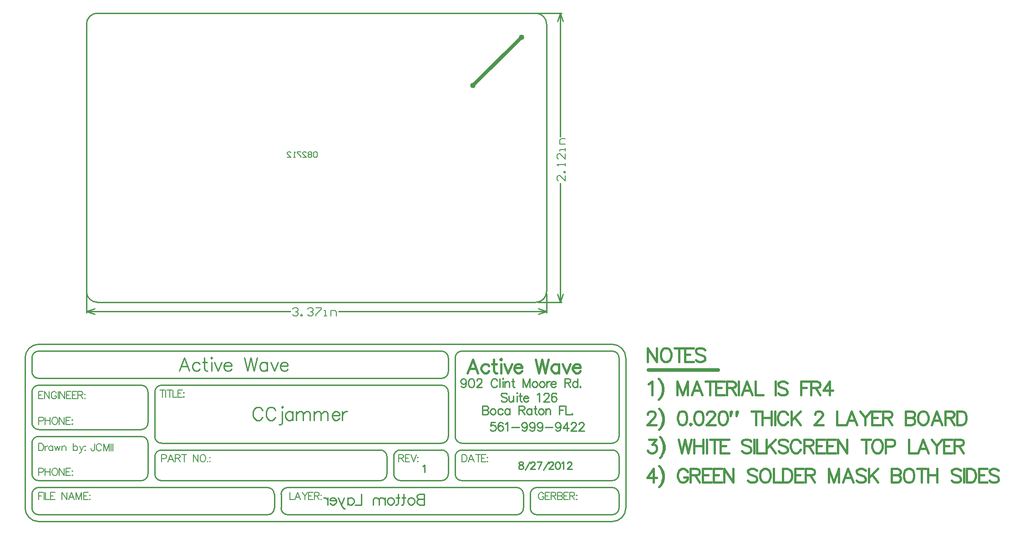
<source format=gbl>
%FSLAX25Y25*%
%MOIN*%
G70*
G01*
G75*
G04 Layer_Physical_Order=2*
G04 Layer_Color=16711680*
%ADD10C,0.02500*%
%ADD11C,0.06000*%
%ADD12R,0.03000X0.03000*%
%ADD13R,0.05000X0.02000*%
%ADD14R,0.03000X0.03000*%
%ADD15R,0.03600X0.05000*%
%ADD16R,0.03600X0.03600*%
%ADD17R,0.03937X0.03937*%
%ADD18C,0.02000*%
%ADD19C,0.01200*%
%ADD20C,0.01000*%
%ADD21C,0.00800*%
%ADD22C,0.03000*%
%ADD23C,0.00600*%
%ADD24C,0.00900*%
%ADD25C,0.01500*%
%ADD26C,0.00500*%
%ADD27C,0.04000*%
D10*
X283000Y159000D02*
X318500Y194500D01*
X411800Y-49700D02*
X462800D01*
D20*
X247400Y-140502D02*
Y-148500D01*
Y-140502D02*
X243972D01*
X242830Y-140883D01*
X242449Y-141263D01*
X242068Y-142025D01*
Y-142787D01*
X242449Y-143549D01*
X242830Y-143930D01*
X243972Y-144310D01*
X247400D02*
X243972D01*
X242830Y-144691D01*
X242449Y-145072D01*
X242068Y-145834D01*
Y-146976D01*
X242449Y-147738D01*
X242830Y-148119D01*
X243972Y-148500D01*
X247400D01*
X238373Y-143168D02*
X239135Y-143549D01*
X239897Y-144310D01*
X240278Y-145453D01*
Y-146215D01*
X239897Y-147357D01*
X239135Y-148119D01*
X238373Y-148500D01*
X237231D01*
X236469Y-148119D01*
X235707Y-147357D01*
X235326Y-146215D01*
Y-145453D01*
X235707Y-144310D01*
X236469Y-143549D01*
X237231Y-143168D01*
X238373D01*
X232432Y-140502D02*
Y-146976D01*
X232051Y-148119D01*
X231289Y-148500D01*
X230527D01*
X233574Y-143168D02*
X230908D01*
X228242Y-140502D02*
Y-146976D01*
X227861Y-148119D01*
X227100Y-148500D01*
X226338D01*
X229385Y-143168D02*
X226719D01*
X223291D02*
X224053Y-143549D01*
X224814Y-144310D01*
X225195Y-145453D01*
Y-146215D01*
X224814Y-147357D01*
X224053Y-148119D01*
X223291Y-148500D01*
X222148D01*
X221387Y-148119D01*
X220625Y-147357D01*
X220244Y-146215D01*
Y-145453D01*
X220625Y-144310D01*
X221387Y-143549D01*
X222148Y-143168D01*
X223291D01*
X218492D02*
Y-148500D01*
Y-144691D02*
X217349Y-143549D01*
X216588Y-143168D01*
X215445D01*
X214683Y-143549D01*
X214302Y-144691D01*
Y-148500D01*
Y-144691D02*
X213160Y-143549D01*
X212398Y-143168D01*
X211255D01*
X210494Y-143549D01*
X210113Y-144691D01*
Y-148500D01*
X201315Y-140502D02*
Y-148500D01*
X196744D01*
X191298Y-143168D02*
Y-148500D01*
Y-144310D02*
X192060Y-143549D01*
X192821Y-143168D01*
X193964D01*
X194726Y-143549D01*
X195487Y-144310D01*
X195868Y-145453D01*
Y-146215D01*
X195487Y-147357D01*
X194726Y-148119D01*
X193964Y-148500D01*
X192821D01*
X192060Y-148119D01*
X191298Y-147357D01*
X188784Y-143168D02*
X186499Y-148500D01*
X184213Y-143168D02*
X186499Y-148500D01*
X187260Y-150023D01*
X188022Y-150785D01*
X188784Y-151166D01*
X189165D01*
X182880Y-145453D02*
X178310D01*
Y-144691D01*
X178691Y-143930D01*
X179072Y-143549D01*
X179833Y-143168D01*
X180976D01*
X181738Y-143549D01*
X182500Y-144310D01*
X182880Y-145453D01*
Y-146215D01*
X182500Y-147357D01*
X181738Y-148119D01*
X180976Y-148500D01*
X179833D01*
X179072Y-148119D01*
X178310Y-147357D01*
X176596Y-143168D02*
Y-148500D01*
Y-145453D02*
X176215Y-144310D01*
X175453Y-143549D01*
X174692Y-143168D01*
X173549D01*
X330484Y212016D02*
X348000D01*
X330484Y-16D02*
X348000D01*
X347000Y121495D02*
Y212016D01*
Y-16D02*
Y87305D01*
X345000Y206016D02*
X347000Y212016D01*
X349000Y206016D01*
X347000Y-16D02*
X349000Y5984D01*
X345000D02*
X347000Y-16D01*
X337000Y-7500D02*
Y6500D01*
X0Y-7500D02*
Y6500D01*
X184495Y-6500D02*
X337000D01*
X0D02*
X149305D01*
X331000Y-4500D02*
X337000Y-6500D01*
X331000Y-8500D02*
X337000Y-6500D01*
X0D02*
X6000Y-8500D01*
X0Y-6500D02*
X6000Y-4500D01*
X0Y8000D02*
G03*
X8016Y-16I8016J0D01*
G01*
X8000Y212000D02*
G03*
X-16Y203984I0J-8016D01*
G01*
X337000Y204000D02*
G03*
X328984Y212016I-8016J0D01*
G01*
Y-16D02*
G03*
X337000Y8000I0J8016D01*
G01*
X8016Y0D02*
X328984Y-16D01*
X0Y8000D02*
Y203984D01*
X337000Y8000D02*
Y204000D01*
X8000Y212000D02*
X328984Y212016D01*
X137502Y-140794D02*
G03*
X132501Y-135794I-5000J0D01*
G01*
X132618Y-155794D02*
G03*
X137499Y-150827I84J4800D01*
G01*
X147502Y-135794D02*
G03*
X142501Y-140794I0J-5000D01*
G01*
Y-150794D02*
G03*
X147414Y-155793I5000J0D01*
G01*
X320002Y-140794D02*
G03*
X315002Y-135794I-5000J0D01*
G01*
X315118Y-155794D02*
G03*
X320000Y-150827I84J4800D01*
G01*
X325002Y-150894D02*
G03*
X329987Y-155793I4900J0D01*
G01*
X330001Y-135794D02*
G03*
X325002Y-140794I0J-5000D01*
G01*
X45002Y-65694D02*
G03*
X40102Y-60794I-4900J0D01*
G01*
X40202Y-93294D02*
G03*
X45002Y-88494I0J4800D01*
G01*
Y-103194D02*
G03*
X39930Y-98297I-4900J0D01*
G01*
X50002Y-98394D02*
G03*
X54901Y-103294I4900J0D01*
G01*
X50002Y-125894D02*
G03*
X54901Y-130794I4900J0D01*
G01*
X40102D02*
G03*
X45002Y-125894I0J4900D01*
G01*
X220002Y-113194D02*
G03*
X215102Y-108294I-4900J0D01*
G01*
Y-130794D02*
G03*
X220001Y-125809I0J4900D01*
G01*
X225002Y-125694D02*
G03*
X230012Y-130793I5100J0D01*
G01*
X229802Y-108294D02*
G03*
X225008Y-113345I0J-4800D01*
G01*
X55001Y-108294D02*
G03*
X50002Y-113294I0J-5000D01*
G01*
X55001Y-60794D02*
G03*
X50001Y-65794I0J-5000D01*
G01*
X-39998Y-125794D02*
G03*
X-35086Y-130793I5000J0D01*
G01*
X-34999Y-98294D02*
G03*
X-39998Y-103294I0J-5000D01*
G01*
Y-88294D02*
G03*
X-34999Y-93294I5000J0D01*
G01*
Y-60794D02*
G03*
X-39998Y-65794I0J-5000D01*
G01*
Y-50794D02*
G03*
X-34999Y-55794I5000J0D01*
G01*
Y-35794D02*
G03*
X-39998Y-40794I0J-5000D01*
G01*
X265002D02*
G03*
X260001Y-35794I-5000J0D01*
G01*
X275002D02*
G03*
X270002Y-40794I0J-5000D01*
G01*
X260001Y-55794D02*
G03*
X265002Y-50794I0J5000D01*
G01*
Y-65794D02*
G03*
X260001Y-60794I-5000J0D01*
G01*
X-34999Y-135794D02*
G03*
X-39998Y-140794I0J-5000D01*
G01*
X260089Y-103294D02*
G03*
X265002Y-98294I-87J5000D01*
G01*
X-39998Y-150794D02*
G03*
X-35086Y-155793I5000J0D01*
G01*
X265002Y-113194D02*
G03*
X260102Y-108294I-4900J0D01*
G01*
X270002Y-125894D02*
G03*
X274987Y-130793I4900J0D01*
G01*
X260001Y-130794D02*
G03*
X265002Y-125794I0J5000D01*
G01*
X385001Y-155794D02*
G03*
X390002Y-150794I0J5000D01*
G01*
X390002Y-140707D02*
G03*
X385001Y-135793I-5000J-87D01*
G01*
Y-130794D02*
G03*
X390002Y-125794I0J5000D01*
G01*
Y-40694D02*
G03*
X384930Y-35797I-4900J0D01*
G01*
X395002Y-40794D02*
G03*
X385001Y-30794I-10000J0D01*
G01*
Y-160794D02*
G03*
X395002Y-150794I0J10000D01*
G01*
X-44998Y-150694D02*
G03*
X-35075Y-160793I10100J0D01*
G01*
X-34999Y-30794D02*
G03*
X-44998Y-40794I0J-10000D01*
G01*
X270002Y-98294D02*
G03*
X275002Y-103294I5000J0D01*
G01*
X385001D02*
G03*
X390002Y-98294I0J5000D01*
G01*
X275002Y-108294D02*
G03*
X270002Y-113294I0J-5000D01*
G01*
X390002Y-113194D02*
G03*
X385102Y-108294I-4900J0D01*
G01*
X147502Y-155794D02*
X315002D01*
X-34999D02*
X132501D01*
X-34999Y-135794D02*
X132501D01*
X147502D02*
X315002D01*
X330001Y-155794D02*
X385001D01*
X330001Y-135794D02*
X385001D01*
X-34999Y-35794D02*
X260001D01*
X-34999Y-160794D02*
X385001D01*
X-34999Y-30794D02*
X385001D01*
X-34999Y-130794D02*
X40001D01*
X-34999Y-98294D02*
X40001D01*
X-34999Y-93294D02*
X40001D01*
X-34999Y-60794D02*
X40001D01*
X-34999Y-55794D02*
X260001D01*
X55001Y-60794D02*
X260001D01*
X55001Y-108294D02*
X215002D01*
X55001Y-130794D02*
X215002D01*
X230001D02*
X260001D01*
X230001Y-108294D02*
X260001D01*
X275002Y-130794D02*
X385001D01*
X275002Y-35794D02*
X385001D01*
X55001Y-103294D02*
X260001D01*
X275002D02*
X385001D01*
X275002Y-108294D02*
X385001D01*
X137502Y-150794D02*
Y-140794D01*
X142501Y-150794D02*
Y-140794D01*
X320002Y-150794D02*
Y-140794D01*
X325002Y-150794D02*
Y-140794D01*
X395002Y-150794D02*
Y-40794D01*
X-39998Y-125794D02*
Y-103294D01*
X45002Y-125794D02*
Y-103294D01*
X-39998Y-88294D02*
Y-65794D01*
X45002Y-88294D02*
Y-65794D01*
X-39998Y-50794D02*
Y-40794D01*
X265002Y-50794D02*
Y-40794D01*
Y-98294D02*
Y-65794D01*
X50002Y-98294D02*
Y-65794D01*
X220002Y-125794D02*
Y-113294D01*
X50002Y-125794D02*
Y-113294D01*
X225002Y-125794D02*
Y-113294D01*
X265002Y-125794D02*
Y-113294D01*
X390002Y-150794D02*
Y-140794D01*
X-39998Y-150794D02*
Y-140794D01*
X-44998Y-150794D02*
Y-40794D01*
X270002Y-98294D02*
Y-40794D01*
X390002Y-98294D02*
Y-40794D01*
X270002Y-125794D02*
Y-113294D01*
X390002Y-125794D02*
Y-113194D01*
X307875Y-67392D02*
X307266Y-66782D01*
X306352Y-66478D01*
X305133D01*
X304219Y-66782D01*
X303609Y-67392D01*
Y-68001D01*
X303914Y-68611D01*
X304219Y-68915D01*
X304828Y-69220D01*
X306656Y-69829D01*
X307266Y-70134D01*
X307571Y-70439D01*
X307875Y-71048D01*
Y-71962D01*
X307266Y-72572D01*
X306352Y-72876D01*
X305133D01*
X304219Y-72572D01*
X303609Y-71962D01*
X309307Y-68611D02*
Y-71658D01*
X309612Y-72572D01*
X310221Y-72876D01*
X311136D01*
X311745Y-72572D01*
X312659Y-71658D01*
Y-68611D02*
Y-72876D01*
X314944Y-66478D02*
X315249Y-66782D01*
X315554Y-66478D01*
X315249Y-66173D01*
X314944Y-66478D01*
X315249Y-68611D02*
Y-72876D01*
X317595Y-66478D02*
Y-71658D01*
X317900Y-72572D01*
X318509Y-72876D01*
X319118D01*
X316681Y-68611D02*
X318814D01*
X320033Y-70439D02*
X323689D01*
Y-69829D01*
X323384Y-69220D01*
X323080Y-68915D01*
X322470Y-68611D01*
X321556D01*
X320947Y-68915D01*
X320337Y-69525D01*
X320033Y-70439D01*
Y-71048D01*
X320337Y-71962D01*
X320947Y-72572D01*
X321556Y-72876D01*
X322470D01*
X323080Y-72572D01*
X323689Y-71962D01*
X330088Y-67696D02*
X330697Y-67392D01*
X331611Y-66478D01*
Y-72876D01*
X335085Y-68001D02*
Y-67696D01*
X335389Y-67087D01*
X335694Y-66782D01*
X336303Y-66478D01*
X337522D01*
X338132Y-66782D01*
X338436Y-67087D01*
X338741Y-67696D01*
Y-68306D01*
X338436Y-68915D01*
X337827Y-69829D01*
X334780Y-72876D01*
X339046D01*
X344134Y-67392D02*
X343829Y-66782D01*
X342915Y-66478D01*
X342306D01*
X341392Y-66782D01*
X340782Y-67696D01*
X340478Y-69220D01*
Y-70744D01*
X340782Y-71962D01*
X341392Y-72572D01*
X342306Y-72876D01*
X342611D01*
X343525Y-72572D01*
X344134Y-71962D01*
X344439Y-71048D01*
Y-70744D01*
X344134Y-69829D01*
X343525Y-69220D01*
X342611Y-68915D01*
X342306D01*
X341392Y-69220D01*
X340782Y-69829D01*
X340478Y-70744D01*
X299266Y-87978D02*
X296219D01*
X295914Y-90720D01*
X296219Y-90415D01*
X297133Y-90111D01*
X298047D01*
X298961Y-90415D01*
X299570Y-91025D01*
X299875Y-91939D01*
Y-92548D01*
X299570Y-93462D01*
X298961Y-94072D01*
X298047Y-94376D01*
X297133D01*
X296219Y-94072D01*
X295914Y-93767D01*
X295609Y-93158D01*
X304964Y-88892D02*
X304659Y-88282D01*
X303745Y-87978D01*
X303135D01*
X302221Y-88282D01*
X301612Y-89196D01*
X301307Y-90720D01*
Y-92243D01*
X301612Y-93462D01*
X302221Y-94072D01*
X303135Y-94376D01*
X303440D01*
X304354Y-94072D01*
X304964Y-93462D01*
X305268Y-92548D01*
Y-92243D01*
X304964Y-91329D01*
X304354Y-90720D01*
X303440Y-90415D01*
X303135D01*
X302221Y-90720D01*
X301612Y-91329D01*
X301307Y-92243D01*
X306670Y-89196D02*
X307279Y-88892D01*
X308193Y-87978D01*
Y-94376D01*
X311362Y-91634D02*
X316847D01*
X322697Y-90111D02*
X322392Y-91025D01*
X321783Y-91634D01*
X320869Y-91939D01*
X320564D01*
X319650Y-91634D01*
X319041Y-91025D01*
X318736Y-90111D01*
Y-89806D01*
X319041Y-88892D01*
X319650Y-88282D01*
X320564Y-87978D01*
X320869D01*
X321783Y-88282D01*
X322392Y-88892D01*
X322697Y-90111D01*
Y-91634D01*
X322392Y-93158D01*
X321783Y-94072D01*
X320869Y-94376D01*
X320259D01*
X319345Y-94072D01*
X319041Y-93462D01*
X328395Y-90111D02*
X328090Y-91025D01*
X327481Y-91634D01*
X326567Y-91939D01*
X326262D01*
X325348Y-91634D01*
X324739Y-91025D01*
X324434Y-90111D01*
Y-89806D01*
X324739Y-88892D01*
X325348Y-88282D01*
X326262Y-87978D01*
X326567D01*
X327481Y-88282D01*
X328090Y-88892D01*
X328395Y-90111D01*
Y-91634D01*
X328090Y-93158D01*
X327481Y-94072D01*
X326567Y-94376D01*
X325957D01*
X325043Y-94072D01*
X324739Y-93462D01*
X334093Y-90111D02*
X333788Y-91025D01*
X333179Y-91634D01*
X332264Y-91939D01*
X331960D01*
X331046Y-91634D01*
X330436Y-91025D01*
X330132Y-90111D01*
Y-89806D01*
X330436Y-88892D01*
X331046Y-88282D01*
X331960Y-87978D01*
X332264D01*
X333179Y-88282D01*
X333788Y-88892D01*
X334093Y-90111D01*
Y-91634D01*
X333788Y-93158D01*
X333179Y-94072D01*
X332264Y-94376D01*
X331655D01*
X330741Y-94072D01*
X330436Y-93462D01*
X335829Y-91634D02*
X341314D01*
X347164Y-90111D02*
X346860Y-91025D01*
X346250Y-91634D01*
X345336Y-91939D01*
X345031D01*
X344117Y-91634D01*
X343508Y-91025D01*
X343203Y-90111D01*
Y-89806D01*
X343508Y-88892D01*
X344117Y-88282D01*
X345031Y-87978D01*
X345336D01*
X346250Y-88282D01*
X346860Y-88892D01*
X347164Y-90111D01*
Y-91634D01*
X346860Y-93158D01*
X346250Y-94072D01*
X345336Y-94376D01*
X344727D01*
X343812Y-94072D01*
X343508Y-93462D01*
X351948Y-87978D02*
X348901Y-92243D01*
X353471D01*
X351948Y-87978D02*
Y-94376D01*
X354904Y-89501D02*
Y-89196D01*
X355208Y-88587D01*
X355513Y-88282D01*
X356122Y-87978D01*
X357341D01*
X357950Y-88282D01*
X358255Y-88587D01*
X358560Y-89196D01*
Y-89806D01*
X358255Y-90415D01*
X357646Y-91329D01*
X354599Y-94376D01*
X358864D01*
X360601Y-89501D02*
Y-89196D01*
X360906Y-88587D01*
X361211Y-88282D01*
X361820Y-87978D01*
X363039D01*
X363648Y-88282D01*
X363953Y-88587D01*
X364258Y-89196D01*
Y-89806D01*
X363953Y-90415D01*
X363344Y-91329D01*
X360297Y-94376D01*
X364562D01*
X278070Y-58111D02*
X277766Y-59025D01*
X277156Y-59634D01*
X276242Y-59939D01*
X275938D01*
X275024Y-59634D01*
X274414Y-59025D01*
X274110Y-58111D01*
Y-57806D01*
X274414Y-56892D01*
X275024Y-56282D01*
X275938Y-55978D01*
X276242D01*
X277156Y-56282D01*
X277766Y-56892D01*
X278070Y-58111D01*
Y-59634D01*
X277766Y-61158D01*
X277156Y-62072D01*
X276242Y-62376D01*
X275633D01*
X274719Y-62072D01*
X274414Y-61462D01*
X281635Y-55978D02*
X280721Y-56282D01*
X280112Y-57196D01*
X279807Y-58720D01*
Y-59634D01*
X280112Y-61158D01*
X280721Y-62072D01*
X281635Y-62376D01*
X282245D01*
X283159Y-62072D01*
X283768Y-61158D01*
X284073Y-59634D01*
Y-58720D01*
X283768Y-57196D01*
X283159Y-56282D01*
X282245Y-55978D01*
X281635D01*
X285810Y-57501D02*
Y-57196D01*
X286115Y-56587D01*
X286419Y-56282D01*
X287029Y-55978D01*
X288247D01*
X288857Y-56282D01*
X289161Y-56587D01*
X289466Y-57196D01*
Y-57806D01*
X289161Y-58415D01*
X288552Y-59329D01*
X285505Y-62376D01*
X289771D01*
X300801Y-57501D02*
X300496Y-56892D01*
X299887Y-56282D01*
X299277Y-55978D01*
X298059D01*
X297449Y-56282D01*
X296840Y-56892D01*
X296535Y-57501D01*
X296231Y-58415D01*
Y-59939D01*
X296535Y-60853D01*
X296840Y-61462D01*
X297449Y-62072D01*
X298059Y-62376D01*
X299277D01*
X299887Y-62072D01*
X300496Y-61462D01*
X300801Y-60853D01*
X302599Y-55978D02*
Y-62376D01*
X304549Y-55978D02*
X304853Y-56282D01*
X305158Y-55978D01*
X304853Y-55673D01*
X304549Y-55978D01*
X304853Y-58111D02*
Y-62376D01*
X306285Y-58111D02*
Y-62376D01*
Y-59329D02*
X307200Y-58415D01*
X307809Y-58111D01*
X308723D01*
X309332Y-58415D01*
X309637Y-59329D01*
Y-62376D01*
X312227Y-55978D02*
Y-61158D01*
X312532Y-62072D01*
X313141Y-62376D01*
X313751D01*
X311313Y-58111D02*
X313446D01*
X319692Y-55978D02*
Y-62376D01*
Y-55978D02*
X322130Y-62376D01*
X324567Y-55978D02*
X322130Y-62376D01*
X324567Y-55978D02*
Y-62376D01*
X327919Y-58111D02*
X327309Y-58415D01*
X326700Y-59025D01*
X326395Y-59939D01*
Y-60548D01*
X326700Y-61462D01*
X327309Y-62072D01*
X327919Y-62376D01*
X328833D01*
X329442Y-62072D01*
X330052Y-61462D01*
X330357Y-60548D01*
Y-59939D01*
X330052Y-59025D01*
X329442Y-58415D01*
X328833Y-58111D01*
X327919D01*
X333282D02*
X332672Y-58415D01*
X332063Y-59025D01*
X331758Y-59939D01*
Y-60548D01*
X332063Y-61462D01*
X332672Y-62072D01*
X333282Y-62376D01*
X334196D01*
X334805Y-62072D01*
X335414Y-61462D01*
X335719Y-60548D01*
Y-59939D01*
X335414Y-59025D01*
X334805Y-58415D01*
X334196Y-58111D01*
X333282D01*
X337121D02*
Y-62376D01*
Y-59939D02*
X337425Y-59025D01*
X338035Y-58415D01*
X338644Y-58111D01*
X339558D01*
X340137Y-59939D02*
X343794D01*
Y-59329D01*
X343489Y-58720D01*
X343184Y-58415D01*
X342575Y-58111D01*
X341661D01*
X341051Y-58415D01*
X340442Y-59025D01*
X340137Y-59939D01*
Y-60548D01*
X340442Y-61462D01*
X341051Y-62072D01*
X341661Y-62376D01*
X342575D01*
X343184Y-62072D01*
X343794Y-61462D01*
X350192Y-55978D02*
Y-62376D01*
Y-55978D02*
X352935D01*
X353849Y-56282D01*
X354153Y-56587D01*
X354458Y-57196D01*
Y-57806D01*
X354153Y-58415D01*
X353849Y-58720D01*
X352935Y-59025D01*
X350192D01*
X352325D02*
X354458Y-62376D01*
X359546Y-55978D02*
Y-62376D01*
Y-59025D02*
X358937Y-58415D01*
X358328Y-58111D01*
X357414D01*
X356804Y-58415D01*
X356195Y-59025D01*
X355890Y-59939D01*
Y-60548D01*
X356195Y-61462D01*
X356804Y-62072D01*
X357414Y-62376D01*
X358328D01*
X358937Y-62072D01*
X359546Y-61462D01*
X361557Y-61767D02*
X361253Y-62072D01*
X361557Y-62376D01*
X361862Y-62072D01*
X361557Y-61767D01*
X290109Y-75978D02*
Y-82376D01*
Y-75978D02*
X292852D01*
X293766Y-76282D01*
X294071Y-76587D01*
X294375Y-77197D01*
Y-77806D01*
X294071Y-78415D01*
X293766Y-78720D01*
X292852Y-79025D01*
X290109D02*
X292852D01*
X293766Y-79329D01*
X294071Y-79634D01*
X294375Y-80243D01*
Y-81158D01*
X294071Y-81767D01*
X293766Y-82072D01*
X292852Y-82376D01*
X290109D01*
X297331Y-78111D02*
X296721Y-78415D01*
X296112Y-79025D01*
X295807Y-79939D01*
Y-80548D01*
X296112Y-81462D01*
X296721Y-82072D01*
X297331Y-82376D01*
X298245D01*
X298854Y-82072D01*
X299464Y-81462D01*
X299768Y-80548D01*
Y-79939D01*
X299464Y-79025D01*
X298854Y-78415D01*
X298245Y-78111D01*
X297331D01*
X304826Y-79025D02*
X304217Y-78415D01*
X303608Y-78111D01*
X302693D01*
X302084Y-78415D01*
X301475Y-79025D01*
X301170Y-79939D01*
Y-80548D01*
X301475Y-81462D01*
X302084Y-82072D01*
X302693Y-82376D01*
X303608D01*
X304217Y-82072D01*
X304826Y-81462D01*
X309854Y-78111D02*
Y-82376D01*
Y-79025D02*
X309244Y-78415D01*
X308635Y-78111D01*
X307721D01*
X307112Y-78415D01*
X306502Y-79025D01*
X306197Y-79939D01*
Y-80548D01*
X306502Y-81462D01*
X307112Y-82072D01*
X307721Y-82376D01*
X308635D01*
X309244Y-82072D01*
X309854Y-81462D01*
X316588Y-75978D02*
Y-82376D01*
Y-75978D02*
X319330D01*
X320244Y-76282D01*
X320549Y-76587D01*
X320853Y-77197D01*
Y-77806D01*
X320549Y-78415D01*
X320244Y-78720D01*
X319330Y-79025D01*
X316588D01*
X318721D02*
X320853Y-82376D01*
X325942Y-78111D02*
Y-82376D01*
Y-79025D02*
X325332Y-78415D01*
X324723Y-78111D01*
X323809D01*
X323200Y-78415D01*
X322590Y-79025D01*
X322285Y-79939D01*
Y-80548D01*
X322590Y-81462D01*
X323200Y-82072D01*
X323809Y-82376D01*
X324723D01*
X325332Y-82072D01*
X325942Y-81462D01*
X328562Y-75978D02*
Y-81158D01*
X328867Y-82072D01*
X329476Y-82376D01*
X330086D01*
X327648Y-78111D02*
X329781D01*
X332523D02*
X331914Y-78415D01*
X331304Y-79025D01*
X331000Y-79939D01*
Y-80548D01*
X331304Y-81462D01*
X331914Y-82072D01*
X332523Y-82376D01*
X333437D01*
X334047Y-82072D01*
X334656Y-81462D01*
X334961Y-80548D01*
Y-79939D01*
X334656Y-79025D01*
X334047Y-78415D01*
X333437Y-78111D01*
X332523D01*
X336362D02*
Y-82376D01*
Y-79329D02*
X337277Y-78415D01*
X337886Y-78111D01*
X338800D01*
X339409Y-78415D01*
X339714Y-79329D01*
Y-82376D01*
X346417Y-75978D02*
Y-82376D01*
Y-75978D02*
X350378D01*
X346417Y-79025D02*
X348855D01*
X351110Y-75978D02*
Y-82376D01*
X354766D01*
X355772Y-81767D02*
X355467Y-82072D01*
X355772Y-82376D01*
X356076Y-82072D01*
X355772Y-81767D01*
D21*
X169000Y109832D02*
X168333Y110499D01*
X167001D01*
X166334Y109832D01*
Y107167D01*
X167001Y106500D01*
X168333D01*
X169000Y107167D01*
Y109832D01*
X165001D02*
X164335Y110499D01*
X163002D01*
X162336Y109832D01*
Y109166D01*
X163002Y108499D01*
X162336Y107833D01*
Y107167D01*
X163002Y106500D01*
X164335D01*
X165001Y107167D01*
Y107833D01*
X164335Y108499D01*
X165001Y109166D01*
Y109832D01*
X164335Y108499D02*
X163002D01*
X158337Y106500D02*
X161003D01*
X158337Y109166D01*
Y109832D01*
X159003Y110499D01*
X160336D01*
X161003Y109832D01*
X157004Y110499D02*
X154338D01*
Y109832D01*
X157004Y107167D01*
Y106500D01*
X153005D02*
X151672D01*
X152339D01*
Y110499D01*
X153005Y109832D01*
X147007Y106500D02*
X149673D01*
X147007Y109166D01*
Y109832D01*
X147674Y110499D01*
X149006D01*
X149673Y109832D01*
X5837Y-103568D02*
Y-107630D01*
X5583Y-108392D01*
X5329Y-108646D01*
X4821Y-108900D01*
X4314D01*
X3806Y-108646D01*
X3552Y-108392D01*
X3298Y-107630D01*
Y-107122D01*
X11017Y-104837D02*
X10763Y-104329D01*
X10255Y-103821D01*
X9747Y-103568D01*
X8732D01*
X8224Y-103821D01*
X7716Y-104329D01*
X7462Y-104837D01*
X7208Y-105599D01*
Y-106868D01*
X7462Y-107630D01*
X7716Y-108138D01*
X8224Y-108646D01*
X8732Y-108900D01*
X9747D01*
X10255Y-108646D01*
X10763Y-108138D01*
X11017Y-107630D01*
X12515Y-103568D02*
Y-108900D01*
Y-103568D02*
X14547Y-108900D01*
X16578Y-103568D02*
X14547Y-108900D01*
X16578Y-103568D02*
Y-108900D01*
X18101Y-103568D02*
Y-108900D01*
X19218Y-103568D02*
Y-108900D01*
D23*
X350599Y92904D02*
Y88905D01*
X346600Y92904D01*
X345601D01*
X344601Y91904D01*
Y89905D01*
X345601Y88905D01*
X350599Y94903D02*
X349599D01*
Y95903D01*
X350599D01*
Y94903D01*
Y99901D02*
Y101901D01*
Y100901D01*
X344601D01*
X345601Y99901D01*
X350599Y108898D02*
Y104900D01*
X346600Y108898D01*
X345601D01*
X344601Y107899D01*
Y105900D01*
X345601Y104900D01*
X350599Y110898D02*
Y112897D01*
Y111898D01*
X346600D01*
Y110898D01*
X350599Y115896D02*
X346600D01*
Y118895D01*
X347600Y119895D01*
X350599D01*
X150905Y-5101D02*
X151905Y-4101D01*
X153904D01*
X154904Y-5101D01*
Y-6100D01*
X153904Y-7100D01*
X152904D01*
X153904D01*
X154904Y-8100D01*
Y-9099D01*
X153904Y-10099D01*
X151905D01*
X150905Y-9099D01*
X156903Y-10099D02*
Y-9099D01*
X157903D01*
Y-10099D01*
X156903D01*
X161902Y-5101D02*
X162901Y-4101D01*
X164901D01*
X165900Y-5101D01*
Y-6100D01*
X164901Y-7100D01*
X163901D01*
X164901D01*
X165900Y-8100D01*
Y-9099D01*
X164901Y-10099D01*
X162901D01*
X161902Y-9099D01*
X167900Y-4101D02*
X171898D01*
Y-5101D01*
X167900Y-9099D01*
Y-10099D01*
X173898D02*
X175897D01*
X174897D01*
Y-6100D01*
X173898D01*
X178896Y-10099D02*
Y-6100D01*
X181895D01*
X182895Y-7100D01*
Y-10099D01*
D24*
X317748Y-117008D02*
X316986Y-117262D01*
X316733Y-117770D01*
Y-118277D01*
X316986Y-118785D01*
X317494Y-119039D01*
X318510Y-119293D01*
X319272Y-119547D01*
X319779Y-120055D01*
X320033Y-120563D01*
Y-121324D01*
X319779Y-121832D01*
X319526Y-122086D01*
X318764Y-122340D01*
X317748D01*
X316986Y-122086D01*
X316733Y-121832D01*
X316478Y-121324D01*
Y-120563D01*
X316733Y-120055D01*
X317240Y-119547D01*
X318002Y-119293D01*
X319018Y-119039D01*
X319526Y-118785D01*
X319779Y-118277D01*
Y-117770D01*
X319526Y-117262D01*
X318764Y-117008D01*
X317748D01*
X321227Y-123102D02*
X324782Y-117008D01*
X325391Y-118277D02*
Y-118023D01*
X325645Y-117516D01*
X325899Y-117262D01*
X326407Y-117008D01*
X327422D01*
X327930Y-117262D01*
X328184Y-117516D01*
X328438Y-118023D01*
Y-118531D01*
X328184Y-119039D01*
X327676Y-119801D01*
X325137Y-122340D01*
X328692D01*
X333440Y-117008D02*
X330901Y-122340D01*
X329885Y-117008D02*
X333440D01*
X334634Y-123102D02*
X338188Y-117008D01*
X338798Y-118277D02*
Y-118023D01*
X339052Y-117516D01*
X339306Y-117262D01*
X339813Y-117008D01*
X340829D01*
X341337Y-117262D01*
X341591Y-117516D01*
X341845Y-118023D01*
Y-118531D01*
X341591Y-119039D01*
X341083Y-119801D01*
X338544Y-122340D01*
X342099D01*
X344816Y-117008D02*
X344054Y-117262D01*
X343546Y-118023D01*
X343292Y-119293D01*
Y-120055D01*
X343546Y-121324D01*
X344054Y-122086D01*
X344816Y-122340D01*
X345323D01*
X346085Y-122086D01*
X346593Y-121324D01*
X346847Y-120055D01*
Y-119293D01*
X346593Y-118023D01*
X346085Y-117262D01*
X345323Y-117008D01*
X344816D01*
X348040Y-118023D02*
X348548Y-117770D01*
X349310Y-117008D01*
Y-122340D01*
X352205Y-118277D02*
Y-118023D01*
X352459Y-117516D01*
X352712Y-117262D01*
X353220Y-117008D01*
X354236D01*
X354744Y-117262D01*
X354998Y-117516D01*
X355252Y-118023D01*
Y-118531D01*
X354998Y-119039D01*
X354490Y-119801D01*
X351951Y-122340D01*
X355506D01*
X75314Y-50294D02*
X71658Y-40696D01*
X68001Y-50294D01*
X69372Y-47095D02*
X73943D01*
X83038Y-45267D02*
X82124Y-44352D01*
X81210Y-43895D01*
X79839D01*
X78925Y-44352D01*
X78011Y-45267D01*
X77554Y-46638D01*
Y-47552D01*
X78011Y-48923D01*
X78925Y-49837D01*
X79839Y-50294D01*
X81210D01*
X82124Y-49837D01*
X83038Y-48923D01*
X86466Y-40696D02*
Y-48466D01*
X86923Y-49837D01*
X87837Y-50294D01*
X88751D01*
X85095Y-43895D02*
X88294D01*
X91036Y-40696D02*
X91493Y-41153D01*
X91951Y-40696D01*
X91493Y-40239D01*
X91036Y-40696D01*
X91493Y-43895D02*
Y-50294D01*
X93642Y-43895D02*
X96384Y-50294D01*
X99126Y-43895D02*
X96384Y-50294D01*
X100680Y-46638D02*
X106165D01*
Y-45724D01*
X105708Y-44809D01*
X105251Y-44352D01*
X104336Y-43895D01*
X102965D01*
X102051Y-44352D01*
X101137Y-45267D01*
X100680Y-46638D01*
Y-47552D01*
X101137Y-48923D01*
X102051Y-49837D01*
X102965Y-50294D01*
X104336D01*
X105251Y-49837D01*
X106165Y-48923D01*
X115763Y-40696D02*
X118048Y-50294D01*
X120333Y-40696D02*
X118048Y-50294D01*
X120333Y-40696D02*
X122618Y-50294D01*
X124904Y-40696D02*
X122618Y-50294D01*
X132308Y-43895D02*
Y-50294D01*
Y-45267D02*
X131394Y-44352D01*
X130479Y-43895D01*
X129108D01*
X128194Y-44352D01*
X127280Y-45267D01*
X126823Y-46638D01*
Y-47552D01*
X127280Y-48923D01*
X128194Y-49837D01*
X129108Y-50294D01*
X130479D01*
X131394Y-49837D01*
X132308Y-48923D01*
X134867Y-43895D02*
X137609Y-50294D01*
X140352Y-43895D02*
X137609Y-50294D01*
X141905Y-46638D02*
X147390D01*
Y-45724D01*
X146933Y-44809D01*
X146476Y-44352D01*
X145562Y-43895D01*
X144191D01*
X143277Y-44352D01*
X142363Y-45267D01*
X141905Y-46638D01*
Y-47552D01*
X142363Y-48923D01*
X143277Y-49837D01*
X144191Y-50294D01*
X145562D01*
X146476Y-49837D01*
X147390Y-48923D01*
X128856Y-79187D02*
X128399Y-78273D01*
X127485Y-77359D01*
X126570Y-76902D01*
X124742D01*
X123828Y-77359D01*
X122914Y-78273D01*
X122457Y-79187D01*
X122000Y-80558D01*
Y-82844D01*
X122457Y-84215D01*
X122914Y-85129D01*
X123828Y-86043D01*
X124742Y-86500D01*
X126570D01*
X127485Y-86043D01*
X128399Y-85129D01*
X128856Y-84215D01*
X138408Y-79187D02*
X137951Y-78273D01*
X137037Y-77359D01*
X136123Y-76902D01*
X134294D01*
X133380Y-77359D01*
X132466Y-78273D01*
X132009Y-79187D01*
X131552Y-80558D01*
Y-82844D01*
X132009Y-84215D01*
X132466Y-85129D01*
X133380Y-86043D01*
X134294Y-86500D01*
X136123D01*
X137037Y-86043D01*
X137951Y-85129D01*
X138408Y-84215D01*
X142933Y-76902D02*
X143390Y-77359D01*
X143847Y-76902D01*
X143390Y-76445D01*
X142933Y-76902D01*
X143390Y-80101D02*
Y-87871D01*
X142933Y-89242D01*
X142019Y-89699D01*
X141104D01*
X151114Y-80101D02*
Y-86500D01*
Y-81472D02*
X150200Y-80558D01*
X149286Y-80101D01*
X147914D01*
X147000Y-80558D01*
X146086Y-81472D01*
X145629Y-82844D01*
Y-83758D01*
X146086Y-85129D01*
X147000Y-86043D01*
X147914Y-86500D01*
X149286D01*
X150200Y-86043D01*
X151114Y-85129D01*
X153673Y-80101D02*
Y-86500D01*
Y-81929D02*
X155044Y-80558D01*
X155958Y-80101D01*
X157330D01*
X158244Y-80558D01*
X158701Y-81929D01*
Y-86500D01*
Y-81929D02*
X160072Y-80558D01*
X160986Y-80101D01*
X162357D01*
X163271Y-80558D01*
X163728Y-81929D01*
Y-86500D01*
X166745Y-80101D02*
Y-86500D01*
Y-81929D02*
X168116Y-80558D01*
X169030Y-80101D01*
X170401D01*
X171315Y-80558D01*
X171772Y-81929D01*
Y-86500D01*
Y-81929D02*
X173143Y-80558D01*
X174057Y-80101D01*
X175428D01*
X176343Y-80558D01*
X176800Y-81929D01*
Y-86500D01*
X179816Y-82844D02*
X185301D01*
Y-81929D01*
X184844Y-81015D01*
X184387Y-80558D01*
X183473Y-80101D01*
X182101D01*
X181187Y-80558D01*
X180273Y-81472D01*
X179816Y-82844D01*
Y-83758D01*
X180273Y-85129D01*
X181187Y-86043D01*
X182101Y-86500D01*
X183473D01*
X184387Y-86043D01*
X185301Y-85129D01*
X187357Y-80101D02*
Y-86500D01*
Y-82844D02*
X187814Y-81472D01*
X188728Y-80558D01*
X189643Y-80101D01*
X191014D01*
X246251Y-120228D02*
X246759Y-119974D01*
X247521Y-119212D01*
Y-124544D01*
D25*
X286727Y-51876D02*
X282918Y-41879D01*
X279110Y-51876D01*
X280538Y-48544D02*
X285299D01*
X294773Y-46639D02*
X293821Y-45687D01*
X292868Y-45211D01*
X291440D01*
X290488Y-45687D01*
X289536Y-46639D01*
X289060Y-48068D01*
Y-49020D01*
X289536Y-50448D01*
X290488Y-51400D01*
X291440Y-51876D01*
X292868D01*
X293821Y-51400D01*
X294773Y-50448D01*
X298343Y-41879D02*
Y-49972D01*
X298819Y-51400D01*
X299772Y-51876D01*
X300724D01*
X296915Y-45211D02*
X300248D01*
X303104Y-41879D02*
X303580Y-42355D01*
X304057Y-41879D01*
X303580Y-41402D01*
X303104Y-41879D01*
X303580Y-45211D02*
Y-51876D01*
X305818Y-45211D02*
X308675Y-51876D01*
X311531Y-45211D02*
X308675Y-51876D01*
X313150Y-48068D02*
X318863D01*
Y-47115D01*
X318387Y-46163D01*
X317911Y-45687D01*
X316958Y-45211D01*
X315530D01*
X314578Y-45687D01*
X313626Y-46639D01*
X313150Y-48068D01*
Y-49020D01*
X313626Y-50448D01*
X314578Y-51400D01*
X315530Y-51876D01*
X316958D01*
X317911Y-51400D01*
X318863Y-50448D01*
X328861Y-41879D02*
X331241Y-51876D01*
X333622Y-41879D02*
X331241Y-51876D01*
X333622Y-41879D02*
X336002Y-51876D01*
X338383Y-41879D02*
X336002Y-51876D01*
X346095Y-45211D02*
Y-51876D01*
Y-46639D02*
X345143Y-45687D01*
X344191Y-45211D01*
X342762D01*
X341810Y-45687D01*
X340858Y-46639D01*
X340382Y-48068D01*
Y-49020D01*
X340858Y-50448D01*
X341810Y-51400D01*
X342762Y-51876D01*
X344191D01*
X345143Y-51400D01*
X346095Y-50448D01*
X348761Y-45211D02*
X351618Y-51876D01*
X354474Y-45211D02*
X351618Y-51876D01*
X356093Y-48068D02*
X361806D01*
Y-47115D01*
X361330Y-46163D01*
X360854Y-45687D01*
X359902Y-45211D01*
X358473D01*
X357521Y-45687D01*
X356569Y-46639D01*
X356093Y-48068D01*
Y-49020D01*
X356569Y-50448D01*
X357521Y-51400D01*
X358473Y-51876D01*
X359902D01*
X360854Y-51400D01*
X361806Y-50448D01*
X411100Y-33602D02*
Y-43600D01*
Y-33602D02*
X417765Y-43600D01*
Y-33602D02*
Y-43600D01*
X423383Y-33602D02*
X422431Y-34078D01*
X421479Y-35030D01*
X421003Y-35983D01*
X420527Y-37411D01*
Y-39791D01*
X421003Y-41220D01*
X421479Y-42172D01*
X422431Y-43124D01*
X423383Y-43600D01*
X425287D01*
X426240Y-43124D01*
X427192Y-42172D01*
X427668Y-41220D01*
X428144Y-39791D01*
Y-37411D01*
X427668Y-35983D01*
X427192Y-35030D01*
X426240Y-34078D01*
X425287Y-33602D01*
X423383D01*
X433809D02*
Y-43600D01*
X430477Y-33602D02*
X437142D01*
X444521D02*
X438332D01*
Y-43600D01*
X444521D01*
X438332Y-38363D02*
X442141D01*
X452853Y-35030D02*
X451901Y-34078D01*
X450472Y-33602D01*
X448568D01*
X447140Y-34078D01*
X446188Y-35030D01*
Y-35983D01*
X446664Y-36935D01*
X447140Y-37411D01*
X448092Y-37887D01*
X450949Y-38839D01*
X451901Y-39315D01*
X452377Y-39791D01*
X452853Y-40743D01*
Y-42172D01*
X451901Y-43124D01*
X450472Y-43600D01*
X448568D01*
X447140Y-43124D01*
X446188Y-42172D01*
X411800Y-59907D02*
X412752Y-59430D01*
X414180Y-58002D01*
Y-68000D01*
X419132Y-56098D02*
X420084Y-57050D01*
X421036Y-58478D01*
X421988Y-60383D01*
X422464Y-62763D01*
Y-64667D01*
X421988Y-67048D01*
X421036Y-68952D01*
X420084Y-70380D01*
X419132Y-71333D01*
X420084Y-57050D02*
X421036Y-58954D01*
X421512Y-60383D01*
X421988Y-62763D01*
Y-64667D01*
X421512Y-67048D01*
X421036Y-68476D01*
X420084Y-70380D01*
X432748Y-58002D02*
Y-68000D01*
Y-58002D02*
X436557Y-68000D01*
X440365Y-58002D02*
X436557Y-68000D01*
X440365Y-58002D02*
Y-68000D01*
X450839D02*
X447031Y-58002D01*
X443222Y-68000D01*
X444650Y-64667D02*
X449411D01*
X456505Y-58002D02*
Y-68000D01*
X453172Y-58002D02*
X459837D01*
X467217D02*
X461027D01*
Y-68000D01*
X467217D01*
X461027Y-62763D02*
X464836D01*
X468883Y-58002D02*
Y-68000D01*
Y-58002D02*
X473168D01*
X474596Y-58478D01*
X475072Y-58954D01*
X475548Y-59907D01*
Y-60859D01*
X475072Y-61811D01*
X474596Y-62287D01*
X473168Y-62763D01*
X468883D01*
X472216D02*
X475548Y-68000D01*
X477786Y-58002D02*
Y-68000D01*
X487498D02*
X483689Y-58002D01*
X479881Y-68000D01*
X481309Y-64667D02*
X486070D01*
X489831Y-58002D02*
Y-68000D01*
X495544D01*
X504494Y-58002D02*
Y-68000D01*
X513254Y-59430D02*
X512302Y-58478D01*
X510874Y-58002D01*
X508970D01*
X507541Y-58478D01*
X506589Y-59430D01*
Y-60383D01*
X507065Y-61335D01*
X507541Y-61811D01*
X508494Y-62287D01*
X511350Y-63239D01*
X512302Y-63715D01*
X512778Y-64191D01*
X513254Y-65144D01*
Y-66572D01*
X512302Y-67524D01*
X510874Y-68000D01*
X508970D01*
X507541Y-67524D01*
X506589Y-66572D01*
X523348Y-58002D02*
Y-68000D01*
Y-58002D02*
X529537D01*
X523348Y-62763D02*
X527156D01*
X530679Y-58002D02*
Y-68000D01*
Y-58002D02*
X534964D01*
X536392Y-58478D01*
X536868Y-58954D01*
X537345Y-59907D01*
Y-60859D01*
X536868Y-61811D01*
X536392Y-62287D01*
X534964Y-62763D01*
X530679D01*
X534012D02*
X537345Y-68000D01*
X544343Y-58002D02*
X539582Y-64667D01*
X546724D01*
X544343Y-58002D02*
Y-68000D01*
X410976Y-82283D02*
Y-81806D01*
X411452Y-80854D01*
X411928Y-80378D01*
X412880Y-79902D01*
X414785D01*
X415737Y-80378D01*
X416213Y-80854D01*
X416689Y-81806D01*
Y-82759D01*
X416213Y-83711D01*
X415261Y-85139D01*
X410500Y-89900D01*
X417165D01*
X419403Y-77998D02*
X420355Y-78950D01*
X421307Y-80378D01*
X422259Y-82283D01*
X422736Y-84663D01*
Y-86567D01*
X422259Y-88948D01*
X421307Y-90852D01*
X420355Y-92280D01*
X419403Y-93233D01*
X420355Y-78950D02*
X421307Y-80854D01*
X421783Y-82283D01*
X422259Y-84663D01*
Y-86567D01*
X421783Y-88948D01*
X421307Y-90376D01*
X420355Y-92280D01*
X435876Y-79902D02*
X434447Y-80378D01*
X433495Y-81806D01*
X433019Y-84187D01*
Y-85615D01*
X433495Y-87996D01*
X434447Y-89424D01*
X435876Y-89900D01*
X436828D01*
X438256Y-89424D01*
X439208Y-87996D01*
X439684Y-85615D01*
Y-84187D01*
X439208Y-81806D01*
X438256Y-80378D01*
X436828Y-79902D01*
X435876D01*
X442398Y-88948D02*
X441922Y-89424D01*
X442398Y-89900D01*
X442874Y-89424D01*
X442398Y-88948D01*
X447921Y-79902D02*
X446492Y-80378D01*
X445540Y-81806D01*
X445064Y-84187D01*
Y-85615D01*
X445540Y-87996D01*
X446492Y-89424D01*
X447921Y-89900D01*
X448873D01*
X450301Y-89424D01*
X451253Y-87996D01*
X451729Y-85615D01*
Y-84187D01*
X451253Y-81806D01*
X450301Y-80378D01*
X448873Y-79902D01*
X447921D01*
X454443Y-82283D02*
Y-81806D01*
X454919Y-80854D01*
X455395Y-80378D01*
X456347Y-79902D01*
X458252D01*
X459204Y-80378D01*
X459680Y-80854D01*
X460156Y-81806D01*
Y-82759D01*
X459680Y-83711D01*
X458728Y-85139D01*
X453967Y-89900D01*
X460632D01*
X465726Y-79902D02*
X464298Y-80378D01*
X463346Y-81806D01*
X462870Y-84187D01*
Y-85615D01*
X463346Y-87996D01*
X464298Y-89424D01*
X465726Y-89900D01*
X466678D01*
X468107Y-89424D01*
X469059Y-87996D01*
X469535Y-85615D01*
Y-84187D01*
X469059Y-81806D01*
X468107Y-80378D01*
X466678Y-79902D01*
X465726D01*
X472249D02*
X471773Y-80378D01*
Y-83235D01*
X472249Y-80378D02*
X471773Y-83235D01*
X472249Y-79902D02*
X472725Y-80378D01*
X471773Y-83235D01*
X476533Y-79902D02*
X476057Y-80378D01*
Y-83235D01*
X476533Y-80378D02*
X476057Y-83235D01*
X476533Y-79902D02*
X477009Y-80378D01*
X476057Y-83235D01*
X490292Y-79902D02*
Y-89900D01*
X486960Y-79902D02*
X493625D01*
X494815D02*
Y-89900D01*
X501480Y-79902D02*
Y-89900D01*
X494815Y-84663D02*
X501480D01*
X504242Y-79902D02*
Y-89900D01*
X513478Y-82283D02*
X513002Y-81330D01*
X512050Y-80378D01*
X511097Y-79902D01*
X509193D01*
X508241Y-80378D01*
X507289Y-81330D01*
X506813Y-82283D01*
X506337Y-83711D01*
Y-86091D01*
X506813Y-87520D01*
X507289Y-88472D01*
X508241Y-89424D01*
X509193Y-89900D01*
X511097D01*
X512050Y-89424D01*
X513002Y-88472D01*
X513478Y-87520D01*
X516287Y-79902D02*
Y-89900D01*
X522952Y-79902D02*
X516287Y-86567D01*
X518667Y-84187D02*
X522952Y-89900D01*
X533521Y-82283D02*
Y-81806D01*
X533997Y-80854D01*
X534473Y-80378D01*
X535426Y-79902D01*
X537330D01*
X538282Y-80378D01*
X538758Y-80854D01*
X539234Y-81806D01*
Y-82759D01*
X538758Y-83711D01*
X537806Y-85139D01*
X533045Y-89900D01*
X539710D01*
X549803Y-79902D02*
Y-89900D01*
X555516D01*
X564229D02*
X560420Y-79902D01*
X556611Y-89900D01*
X558040Y-86567D02*
X562801D01*
X566562Y-79902D02*
X570370Y-84663D01*
Y-89900D01*
X574179Y-79902D02*
X570370Y-84663D01*
X581654Y-79902D02*
X575465D01*
Y-89900D01*
X581654D01*
X575465Y-84663D02*
X579273D01*
X583320Y-79902D02*
Y-89900D01*
Y-79902D02*
X587605D01*
X589033Y-80378D01*
X589509Y-80854D01*
X589985Y-81806D01*
Y-82759D01*
X589509Y-83711D01*
X589033Y-84187D01*
X587605Y-84663D01*
X583320D01*
X586653D02*
X589985Y-89900D01*
X600078Y-79902D02*
Y-89900D01*
Y-79902D02*
X604363D01*
X605791Y-80378D01*
X606267Y-80854D01*
X606744Y-81806D01*
Y-82759D01*
X606267Y-83711D01*
X605791Y-84187D01*
X604363Y-84663D01*
X600078D02*
X604363D01*
X605791Y-85139D01*
X606267Y-85615D01*
X606744Y-86567D01*
Y-87996D01*
X606267Y-88948D01*
X605791Y-89424D01*
X604363Y-89900D01*
X600078D01*
X611838Y-79902D02*
X610886Y-80378D01*
X609933Y-81330D01*
X609457Y-82283D01*
X608981Y-83711D01*
Y-86091D01*
X609457Y-87520D01*
X609933Y-88472D01*
X610886Y-89424D01*
X611838Y-89900D01*
X613742D01*
X614694Y-89424D01*
X615647Y-88472D01*
X616123Y-87520D01*
X616599Y-86091D01*
Y-83711D01*
X616123Y-82283D01*
X615647Y-81330D01*
X614694Y-80378D01*
X613742Y-79902D01*
X611838D01*
X626549Y-89900D02*
X622740Y-79902D01*
X618931Y-89900D01*
X620360Y-86567D02*
X625121D01*
X628882Y-79902D02*
Y-89900D01*
Y-79902D02*
X633167D01*
X634595Y-80378D01*
X635071Y-80854D01*
X635547Y-81806D01*
Y-82759D01*
X635071Y-83711D01*
X634595Y-84187D01*
X633167Y-84663D01*
X628882D01*
X632214D02*
X635547Y-89900D01*
X637785Y-79902D02*
Y-89900D01*
Y-79902D02*
X641117D01*
X642546Y-80378D01*
X643498Y-81330D01*
X643974Y-82283D01*
X644450Y-83711D01*
Y-86091D01*
X643974Y-87520D01*
X643498Y-88472D01*
X642546Y-89424D01*
X641117Y-89900D01*
X637785D01*
X411952Y-100502D02*
X417189D01*
X414333Y-104311D01*
X415761D01*
X416713Y-104787D01*
X417189Y-105263D01*
X417665Y-106691D01*
Y-107643D01*
X417189Y-109072D01*
X416237Y-110024D01*
X414809Y-110500D01*
X413380D01*
X411952Y-110024D01*
X411476Y-109548D01*
X411000Y-108596D01*
X419903Y-98598D02*
X420855Y-99550D01*
X421807Y-100978D01*
X422759Y-102883D01*
X423236Y-105263D01*
Y-107167D01*
X422759Y-109548D01*
X421807Y-111452D01*
X420855Y-112880D01*
X419903Y-113833D01*
X420855Y-99550D02*
X421807Y-101454D01*
X422283Y-102883D01*
X422759Y-105263D01*
Y-107167D01*
X422283Y-109548D01*
X421807Y-110976D01*
X420855Y-112880D01*
X433519Y-100502D02*
X435899Y-110500D01*
X438280Y-100502D02*
X435899Y-110500D01*
X438280Y-100502D02*
X440660Y-110500D01*
X443041Y-100502D02*
X440660Y-110500D01*
X445040Y-100502D02*
Y-110500D01*
X451706Y-100502D02*
Y-110500D01*
X445040Y-105263D02*
X451706D01*
X454467Y-100502D02*
Y-110500D01*
X459894Y-100502D02*
Y-110500D01*
X456562Y-100502D02*
X463227D01*
X470606D02*
X464417D01*
Y-110500D01*
X470606D01*
X464417Y-105263D02*
X468226D01*
X486793Y-101930D02*
X485841Y-100978D01*
X484413Y-100502D01*
X482509D01*
X481080Y-100978D01*
X480128Y-101930D01*
Y-102883D01*
X480604Y-103835D01*
X481080Y-104311D01*
X482032Y-104787D01*
X484889Y-105739D01*
X485841Y-106215D01*
X486317Y-106691D01*
X486793Y-107643D01*
Y-109072D01*
X485841Y-110024D01*
X484413Y-110500D01*
X482509D01*
X481080Y-110024D01*
X480128Y-109072D01*
X489031Y-100502D02*
Y-110500D01*
X491126Y-100502D02*
Y-110500D01*
X496839D01*
X497934Y-100502D02*
Y-110500D01*
X504599Y-100502D02*
X497934Y-107167D01*
X500314Y-104787D02*
X504599Y-110500D01*
X513502Y-101930D02*
X512550Y-100978D01*
X511121Y-100502D01*
X509217D01*
X507789Y-100978D01*
X506837Y-101930D01*
Y-102883D01*
X507313Y-103835D01*
X507789Y-104311D01*
X508741Y-104787D01*
X511597Y-105739D01*
X512550Y-106215D01*
X513026Y-106691D01*
X513502Y-107643D01*
Y-109072D01*
X512550Y-110024D01*
X511121Y-110500D01*
X509217D01*
X507789Y-110024D01*
X506837Y-109072D01*
X522881Y-102883D02*
X522405Y-101930D01*
X521453Y-100978D01*
X520500Y-100502D01*
X518596D01*
X517644Y-100978D01*
X516692Y-101930D01*
X516216Y-102883D01*
X515739Y-104311D01*
Y-106691D01*
X516216Y-108120D01*
X516692Y-109072D01*
X517644Y-110024D01*
X518596Y-110500D01*
X520500D01*
X521453Y-110024D01*
X522405Y-109072D01*
X522881Y-108120D01*
X525690Y-100502D02*
Y-110500D01*
Y-100502D02*
X529975D01*
X531403Y-100978D01*
X531879Y-101454D01*
X532355Y-102407D01*
Y-103359D01*
X531879Y-104311D01*
X531403Y-104787D01*
X529975Y-105263D01*
X525690D01*
X529022D02*
X532355Y-110500D01*
X540782Y-100502D02*
X534593D01*
Y-110500D01*
X540782D01*
X534593Y-105263D02*
X538401D01*
X548637Y-100502D02*
X542448D01*
Y-110500D01*
X548637D01*
X542448Y-105263D02*
X546257D01*
X550304Y-100502D02*
Y-110500D01*
Y-100502D02*
X556969Y-110500D01*
Y-100502D02*
Y-110500D01*
X570918Y-100502D02*
Y-110500D01*
X567586Y-100502D02*
X574251D01*
X578298D02*
X577345Y-100978D01*
X576393Y-101930D01*
X575917Y-102883D01*
X575441Y-104311D01*
Y-106691D01*
X575917Y-108120D01*
X576393Y-109072D01*
X577345Y-110024D01*
X578298Y-110500D01*
X580202D01*
X581154Y-110024D01*
X582106Y-109072D01*
X582582Y-108120D01*
X583058Y-106691D01*
Y-104311D01*
X582582Y-102883D01*
X582106Y-101930D01*
X581154Y-100978D01*
X580202Y-100502D01*
X578298D01*
X585391Y-105739D02*
X589676D01*
X591104Y-105263D01*
X591580Y-104787D01*
X592056Y-103835D01*
Y-102407D01*
X591580Y-101454D01*
X591104Y-100978D01*
X589676Y-100502D01*
X585391D01*
Y-110500D01*
X602149Y-100502D02*
Y-110500D01*
X607863D01*
X616575D02*
X612766Y-100502D01*
X608958Y-110500D01*
X610386Y-107167D02*
X615147D01*
X618908Y-100502D02*
X622717Y-105263D01*
Y-110500D01*
X626525Y-100502D02*
X622717Y-105263D01*
X634000Y-100502D02*
X627811D01*
Y-110500D01*
X634000D01*
X627811Y-105263D02*
X631619D01*
X635666Y-100502D02*
Y-110500D01*
Y-100502D02*
X639951D01*
X641379Y-100978D01*
X641855Y-101454D01*
X642331Y-102407D01*
Y-103359D01*
X641855Y-104311D01*
X641379Y-104787D01*
X639951Y-105263D01*
X635666D01*
X638999D02*
X642331Y-110500D01*
X415261Y-122002D02*
X410500Y-128667D01*
X417641D01*
X415261Y-122002D02*
Y-132000D01*
X419403Y-120098D02*
X420355Y-121050D01*
X421307Y-122478D01*
X422259Y-124383D01*
X422736Y-126763D01*
Y-128667D01*
X422259Y-131048D01*
X421307Y-132952D01*
X420355Y-134380D01*
X419403Y-135333D01*
X420355Y-121050D02*
X421307Y-122954D01*
X421783Y-124383D01*
X422259Y-126763D01*
Y-128667D01*
X421783Y-131048D01*
X421307Y-132476D01*
X420355Y-134380D01*
X440160Y-124383D02*
X439684Y-123430D01*
X438732Y-122478D01*
X437780Y-122002D01*
X435876D01*
X434923Y-122478D01*
X433971Y-123430D01*
X433495Y-124383D01*
X433019Y-125811D01*
Y-128191D01*
X433495Y-129620D01*
X433971Y-130572D01*
X434923Y-131524D01*
X435876Y-132000D01*
X437780D01*
X438732Y-131524D01*
X439684Y-130572D01*
X440160Y-129620D01*
Y-128191D01*
X437780D02*
X440160D01*
X442446Y-122002D02*
Y-132000D01*
Y-122002D02*
X446730D01*
X448159Y-122478D01*
X448635Y-122954D01*
X449111Y-123907D01*
Y-124859D01*
X448635Y-125811D01*
X448159Y-126287D01*
X446730Y-126763D01*
X442446D01*
X445778D02*
X449111Y-132000D01*
X457538Y-122002D02*
X451348D01*
Y-132000D01*
X457538D01*
X451348Y-126763D02*
X455157D01*
X465393Y-122002D02*
X459204D01*
Y-132000D01*
X465393D01*
X459204Y-126763D02*
X463013D01*
X467059Y-122002D02*
Y-132000D01*
Y-122002D02*
X473725Y-132000D01*
Y-122002D02*
Y-132000D01*
X491007Y-123430D02*
X490054Y-122478D01*
X488626Y-122002D01*
X486722D01*
X485293Y-122478D01*
X484341Y-123430D01*
Y-124383D01*
X484817Y-125335D01*
X485293Y-125811D01*
X486246Y-126287D01*
X489102Y-127239D01*
X490054Y-127715D01*
X490530Y-128191D01*
X491007Y-129144D01*
Y-130572D01*
X490054Y-131524D01*
X488626Y-132000D01*
X486722D01*
X485293Y-131524D01*
X484341Y-130572D01*
X496101Y-122002D02*
X495149Y-122478D01*
X494196Y-123430D01*
X493720Y-124383D01*
X493244Y-125811D01*
Y-128191D01*
X493720Y-129620D01*
X494196Y-130572D01*
X495149Y-131524D01*
X496101Y-132000D01*
X498005D01*
X498957Y-131524D01*
X499909Y-130572D01*
X500386Y-129620D01*
X500862Y-128191D01*
Y-125811D01*
X500386Y-124383D01*
X499909Y-123430D01*
X498957Y-122478D01*
X498005Y-122002D01*
X496101D01*
X503194D02*
Y-132000D01*
X508908D01*
X510003Y-122002D02*
Y-132000D01*
Y-122002D02*
X513335D01*
X514763Y-122478D01*
X515716Y-123430D01*
X516192Y-124383D01*
X516668Y-125811D01*
Y-128191D01*
X516192Y-129620D01*
X515716Y-130572D01*
X514763Y-131524D01*
X513335Y-132000D01*
X510003D01*
X525095Y-122002D02*
X518905D01*
Y-132000D01*
X525095D01*
X518905Y-126763D02*
X522714D01*
X526761Y-122002D02*
Y-132000D01*
Y-122002D02*
X531046D01*
X532474Y-122478D01*
X532950Y-122954D01*
X533426Y-123907D01*
Y-124859D01*
X532950Y-125811D01*
X532474Y-126287D01*
X531046Y-126763D01*
X526761D01*
X530093D02*
X533426Y-132000D01*
X543519Y-122002D02*
Y-132000D01*
Y-122002D02*
X547328Y-132000D01*
X551136Y-122002D02*
X547328Y-132000D01*
X551136Y-122002D02*
Y-132000D01*
X561611D02*
X557802Y-122002D01*
X553993Y-132000D01*
X555421Y-128667D02*
X560182D01*
X570609Y-123430D02*
X569656Y-122478D01*
X568228Y-122002D01*
X566324D01*
X564895Y-122478D01*
X563943Y-123430D01*
Y-124383D01*
X564419Y-125335D01*
X564895Y-125811D01*
X565848Y-126287D01*
X568704Y-127239D01*
X569656Y-127715D01*
X570132Y-128191D01*
X570609Y-129144D01*
Y-130572D01*
X569656Y-131524D01*
X568228Y-132000D01*
X566324D01*
X564895Y-131524D01*
X563943Y-130572D01*
X572846Y-122002D02*
Y-132000D01*
X579511Y-122002D02*
X572846Y-128667D01*
X575227Y-126287D02*
X579511Y-132000D01*
X589605Y-122002D02*
Y-132000D01*
Y-122002D02*
X593889D01*
X595318Y-122478D01*
X595794Y-122954D01*
X596270Y-123907D01*
Y-124859D01*
X595794Y-125811D01*
X595318Y-126287D01*
X593889Y-126763D01*
X589605D02*
X593889D01*
X595318Y-127239D01*
X595794Y-127715D01*
X596270Y-128667D01*
Y-130096D01*
X595794Y-131048D01*
X595318Y-131524D01*
X593889Y-132000D01*
X589605D01*
X601364Y-122002D02*
X600412Y-122478D01*
X599460Y-123430D01*
X598983Y-124383D01*
X598507Y-125811D01*
Y-128191D01*
X598983Y-129620D01*
X599460Y-130572D01*
X600412Y-131524D01*
X601364Y-132000D01*
X603268D01*
X604220Y-131524D01*
X605172Y-130572D01*
X605649Y-129620D01*
X606125Y-128191D01*
Y-125811D01*
X605649Y-124383D01*
X605172Y-123430D01*
X604220Y-122478D01*
X603268Y-122002D01*
X601364D01*
X611790D02*
Y-132000D01*
X608458Y-122002D02*
X615123D01*
X616313D02*
Y-132000D01*
X622978Y-122002D02*
Y-132000D01*
X616313Y-126763D02*
X622978D01*
X640260Y-123430D02*
X639308Y-122478D01*
X637880Y-122002D01*
X635976D01*
X634547Y-122478D01*
X633595Y-123430D01*
Y-124383D01*
X634071Y-125335D01*
X634547Y-125811D01*
X635499Y-126287D01*
X638356Y-127239D01*
X639308Y-127715D01*
X639784Y-128191D01*
X640260Y-129144D01*
Y-130572D01*
X639308Y-131524D01*
X637880Y-132000D01*
X635976D01*
X634547Y-131524D01*
X633595Y-130572D01*
X642498Y-122002D02*
Y-132000D01*
X644593Y-122002D02*
Y-132000D01*
Y-122002D02*
X647925D01*
X649354Y-122478D01*
X650306Y-123430D01*
X650782Y-124383D01*
X651258Y-125811D01*
Y-128191D01*
X650782Y-129620D01*
X650306Y-130572D01*
X649354Y-131524D01*
X647925Y-132000D01*
X644593D01*
X659685Y-122002D02*
X653496D01*
Y-132000D01*
X659685D01*
X653496Y-126763D02*
X657304D01*
X668016Y-123430D02*
X667064Y-122478D01*
X665636Y-122002D01*
X663731D01*
X662303Y-122478D01*
X661351Y-123430D01*
Y-124383D01*
X661827Y-125335D01*
X662303Y-125811D01*
X663255Y-126287D01*
X666112Y-127239D01*
X667064Y-127715D01*
X667540Y-128191D01*
X668016Y-129144D01*
Y-130572D01*
X667064Y-131524D01*
X665636Y-132000D01*
X663731D01*
X662303Y-131524D01*
X661351Y-130572D01*
D26*
X334810Y-140731D02*
X334556Y-140224D01*
X334049Y-139716D01*
X333541Y-139462D01*
X332525D01*
X332017Y-139716D01*
X331509Y-140224D01*
X331255Y-140731D01*
X331001Y-141493D01*
Y-142763D01*
X331255Y-143525D01*
X331509Y-144032D01*
X332017Y-144540D01*
X332525Y-144794D01*
X333541D01*
X334049Y-144540D01*
X334556Y-144032D01*
X334810Y-143525D01*
Y-142763D01*
X333541D02*
X334810D01*
X339330Y-139462D02*
X336029D01*
Y-144794D01*
X339330D01*
X336029Y-142001D02*
X338060D01*
X340219Y-139462D02*
Y-144794D01*
Y-139462D02*
X342504D01*
X343266Y-139716D01*
X343519Y-139970D01*
X343773Y-140478D01*
Y-140985D01*
X343519Y-141493D01*
X343266Y-141747D01*
X342504Y-142001D01*
X340219D01*
X341996D02*
X343773Y-144794D01*
X344967Y-139462D02*
Y-144794D01*
Y-139462D02*
X347252D01*
X348014Y-139716D01*
X348268Y-139970D01*
X348522Y-140478D01*
Y-140985D01*
X348268Y-141493D01*
X348014Y-141747D01*
X347252Y-142001D01*
X344967D02*
X347252D01*
X348014Y-142255D01*
X348268Y-142509D01*
X348522Y-143017D01*
Y-143778D01*
X348268Y-144286D01*
X348014Y-144540D01*
X347252Y-144794D01*
X344967D01*
X353016Y-139462D02*
X349715D01*
Y-144794D01*
X353016D01*
X349715Y-142001D02*
X351746D01*
X353905Y-139462D02*
Y-144794D01*
Y-139462D02*
X356190D01*
X356952Y-139716D01*
X357206Y-139970D01*
X357459Y-140478D01*
Y-140985D01*
X357206Y-141493D01*
X356952Y-141747D01*
X356190Y-142001D01*
X353905D01*
X355682D02*
X357459Y-144794D01*
X358907Y-141239D02*
X358653Y-141493D01*
X358907Y-141747D01*
X359161Y-141493D01*
X358907Y-141239D01*
Y-144286D02*
X358653Y-144540D01*
X358907Y-144794D01*
X359161Y-144540D01*
X358907Y-144286D01*
X-34999Y-139462D02*
Y-144794D01*
Y-139462D02*
X-31698D01*
X-34999Y-142001D02*
X-32967D01*
X-31088Y-139462D02*
Y-144794D01*
X-29971Y-139462D02*
Y-144794D01*
X-26924D01*
X-23039Y-139462D02*
X-26340D01*
Y-144794D01*
X-23039D01*
X-26340Y-142001D02*
X-24309D01*
X-17961Y-139462D02*
Y-144794D01*
Y-139462D02*
X-14406Y-144794D01*
Y-139462D02*
Y-144794D01*
X-8871D02*
X-10902Y-139462D01*
X-12933Y-144794D01*
X-12172Y-143017D02*
X-9632D01*
X-7626Y-139462D02*
Y-144794D01*
Y-139462D02*
X-5595Y-144794D01*
X-3564Y-139462D02*
X-5595Y-144794D01*
X-3564Y-139462D02*
Y-144794D01*
X1261Y-139462D02*
X-2040D01*
Y-144794D01*
X1261D01*
X-2040Y-142001D02*
X-9D01*
X2403Y-141239D02*
X2149Y-141493D01*
X2403Y-141747D01*
X2657Y-141493D01*
X2403Y-141239D01*
Y-144286D02*
X2149Y-144540D01*
X2403Y-144794D01*
X2657Y-144540D01*
X2403Y-144286D01*
X-34999Y-103462D02*
Y-108794D01*
Y-103462D02*
X-33221D01*
X-32459Y-103716D01*
X-31951Y-104224D01*
X-31698Y-104731D01*
X-31444Y-105493D01*
Y-106763D01*
X-31698Y-107525D01*
X-31951Y-108032D01*
X-32459Y-108540D01*
X-33221Y-108794D01*
X-34999D01*
X-30250Y-105239D02*
Y-108794D01*
Y-106763D02*
X-29996Y-106001D01*
X-29489Y-105493D01*
X-28981Y-105239D01*
X-28219D01*
X-24690D02*
Y-108794D01*
Y-106001D02*
X-25197Y-105493D01*
X-25705Y-105239D01*
X-26467D01*
X-26975Y-105493D01*
X-27483Y-106001D01*
X-27737Y-106763D01*
Y-107271D01*
X-27483Y-108032D01*
X-26975Y-108540D01*
X-26467Y-108794D01*
X-25705D01*
X-25197Y-108540D01*
X-24690Y-108032D01*
X-23268Y-105239D02*
X-22252Y-108794D01*
X-21236Y-105239D02*
X-22252Y-108794D01*
X-21236Y-105239D02*
X-20221Y-108794D01*
X-19205Y-105239D02*
X-20221Y-108794D01*
X-17961Y-105239D02*
Y-108794D01*
Y-106255D02*
X-17199Y-105493D01*
X-16691Y-105239D01*
X-15929D01*
X-15422Y-105493D01*
X-15168Y-106255D01*
Y-108794D01*
X-9582Y-103462D02*
Y-108794D01*
Y-106001D02*
X-9074Y-105493D01*
X-8566Y-105239D01*
X-7804D01*
X-7296Y-105493D01*
X-6788Y-106001D01*
X-6535Y-106763D01*
Y-107271D01*
X-6788Y-108032D01*
X-7296Y-108540D01*
X-7804Y-108794D01*
X-8566D01*
X-9074Y-108540D01*
X-9582Y-108032D01*
X-5138Y-105239D02*
X-3615Y-108794D01*
X-2091Y-105239D02*
X-3615Y-108794D01*
X-4122Y-109810D01*
X-4630Y-110318D01*
X-5138Y-110572D01*
X-5392D01*
X-948Y-105239D02*
X-1202Y-105493D01*
X-948Y-105747D01*
X-695Y-105493D01*
X-948Y-105239D01*
Y-108286D02*
X-1202Y-108540D01*
X-948Y-108794D01*
X-695Y-108540D01*
X-948Y-108286D01*
X55529Y-64212D02*
Y-69544D01*
X53751Y-64212D02*
X57306D01*
X57941D02*
Y-69544D01*
X60836Y-64212D02*
Y-69544D01*
X59058Y-64212D02*
X62613D01*
X63248D02*
Y-69544D01*
X66295D01*
X70180Y-64212D02*
X66879D01*
Y-69544D01*
X70180D01*
X66879Y-66751D02*
X68910D01*
X71322Y-65989D02*
X71069Y-66243D01*
X71322Y-66497D01*
X71576Y-66243D01*
X71322Y-65989D01*
Y-69036D02*
X71069Y-69290D01*
X71322Y-69544D01*
X71576Y-69290D01*
X71322Y-69036D01*
X55001Y-114505D02*
X57287D01*
X58048Y-114251D01*
X58302Y-113997D01*
X58556Y-113489D01*
Y-112727D01*
X58302Y-112220D01*
X58048Y-111966D01*
X57287Y-111712D01*
X55001D01*
Y-117044D01*
X63812D02*
X61781Y-111712D01*
X59750Y-117044D01*
X60511Y-115267D02*
X63051D01*
X65057Y-111712D02*
Y-117044D01*
Y-111712D02*
X67342D01*
X68103Y-111966D01*
X68357Y-112220D01*
X68611Y-112727D01*
Y-113235D01*
X68357Y-113743D01*
X68103Y-113997D01*
X67342Y-114251D01*
X65057D01*
X66834D02*
X68611Y-117044D01*
X71582Y-111712D02*
Y-117044D01*
X69805Y-111712D02*
X73360D01*
X78184D02*
Y-117044D01*
Y-111712D02*
X81739Y-117044D01*
Y-111712D02*
Y-117044D01*
X84735Y-111712D02*
X84227Y-111966D01*
X83719Y-112474D01*
X83465Y-112981D01*
X83211Y-113743D01*
Y-115013D01*
X83465Y-115775D01*
X83719Y-116282D01*
X84227Y-116790D01*
X84735Y-117044D01*
X85751D01*
X86258Y-116790D01*
X86766Y-116282D01*
X87020Y-115775D01*
X87274Y-115013D01*
Y-113743D01*
X87020Y-112981D01*
X86766Y-112474D01*
X86258Y-111966D01*
X85751Y-111712D01*
X84735D01*
X88772Y-116536D02*
X88518Y-116790D01*
X88772Y-117044D01*
X89026Y-116790D01*
X88772Y-116536D01*
X90448Y-113489D02*
X90194Y-113743D01*
X90448Y-113997D01*
X90702Y-113743D01*
X90448Y-113489D01*
Y-116536D02*
X90194Y-116790D01*
X90448Y-117044D01*
X90702Y-116790D01*
X90448Y-116536D01*
X-31698Y-65462D02*
X-34999D01*
Y-70794D01*
X-31698D01*
X-34999Y-68001D02*
X-32967D01*
X-30809Y-65462D02*
Y-70794D01*
Y-65462D02*
X-27254Y-70794D01*
Y-65462D02*
Y-70794D01*
X-21973Y-66731D02*
X-22227Y-66224D01*
X-22734Y-65716D01*
X-23242Y-65462D01*
X-24258D01*
X-24766Y-65716D01*
X-25274Y-66224D01*
X-25528Y-66731D01*
X-25781Y-67493D01*
Y-68763D01*
X-25528Y-69525D01*
X-25274Y-70032D01*
X-24766Y-70540D01*
X-24258Y-70794D01*
X-23242D01*
X-22734Y-70540D01*
X-22227Y-70032D01*
X-21973Y-69525D01*
Y-68763D01*
X-23242D02*
X-21973D01*
X-20754Y-65462D02*
Y-70794D01*
X-19637Y-65462D02*
Y-70794D01*
Y-65462D02*
X-16082Y-70794D01*
Y-65462D02*
Y-70794D01*
X-11308Y-65462D02*
X-14609D01*
Y-70794D01*
X-11308D01*
X-14609Y-68001D02*
X-12578D01*
X-7119Y-65462D02*
X-10419D01*
Y-70794D01*
X-7119D01*
X-10419Y-68001D02*
X-8388D01*
X-6230Y-65462D02*
Y-70794D01*
Y-65462D02*
X-3945D01*
X-3183Y-65716D01*
X-2929Y-65970D01*
X-2675Y-66478D01*
Y-66985D01*
X-2929Y-67493D01*
X-3183Y-67747D01*
X-3945Y-68001D01*
X-6230D01*
X-4453D02*
X-2675Y-70794D01*
X-1228Y-67239D02*
X-1482Y-67493D01*
X-1228Y-67747D01*
X-974Y-67493D01*
X-1228Y-67239D01*
Y-70286D02*
X-1482Y-70540D01*
X-1228Y-70794D01*
X-974Y-70540D01*
X-1228Y-70286D01*
X149002Y-139462D02*
Y-144794D01*
X152049D01*
X156695D02*
X154664Y-139462D01*
X152632Y-144794D01*
X153394Y-143017D02*
X155933D01*
X157939Y-139462D02*
X159971Y-142001D01*
Y-144794D01*
X162002Y-139462D02*
X159971Y-142001D01*
X165988Y-139462D02*
X162688D01*
Y-144794D01*
X165988D01*
X162688Y-142001D02*
X164719D01*
X166877Y-139462D02*
Y-144794D01*
Y-139462D02*
X169162D01*
X169924Y-139716D01*
X170178Y-139970D01*
X170432Y-140478D01*
Y-140985D01*
X170178Y-141493D01*
X169924Y-141747D01*
X169162Y-142001D01*
X166877D01*
X168655D02*
X170432Y-144794D01*
X171879Y-141239D02*
X171625Y-141493D01*
X171879Y-141747D01*
X172133Y-141493D01*
X171879Y-141239D01*
Y-144286D02*
X171625Y-144540D01*
X171879Y-144794D01*
X172133Y-144540D01*
X171879Y-144286D01*
X-34999Y-124505D02*
X-32713D01*
X-31951Y-124251D01*
X-31698Y-123997D01*
X-31444Y-123489D01*
Y-122728D01*
X-31698Y-122220D01*
X-31951Y-121966D01*
X-32713Y-121712D01*
X-34999D01*
Y-127044D01*
X-30250Y-121712D02*
Y-127044D01*
X-26695Y-121712D02*
Y-127044D01*
X-30250Y-124251D02*
X-26695D01*
X-23699Y-121712D02*
X-24207Y-121966D01*
X-24715Y-122474D01*
X-24969Y-122981D01*
X-25223Y-123743D01*
Y-125013D01*
X-24969Y-125775D01*
X-24715Y-126282D01*
X-24207Y-126790D01*
X-23699Y-127044D01*
X-22684D01*
X-22176Y-126790D01*
X-21668Y-126282D01*
X-21414Y-125775D01*
X-21160Y-125013D01*
Y-123743D01*
X-21414Y-122981D01*
X-21668Y-122474D01*
X-22176Y-121966D01*
X-22684Y-121712D01*
X-23699D01*
X-19916D02*
Y-127044D01*
Y-121712D02*
X-16361Y-127044D01*
Y-121712D02*
Y-127044D01*
X-11588Y-121712D02*
X-14888D01*
Y-127044D01*
X-11588D01*
X-14888Y-124251D02*
X-12857D01*
X-10445Y-123489D02*
X-10699Y-123743D01*
X-10445Y-123997D01*
X-10191Y-123743D01*
X-10445Y-123489D01*
Y-126536D02*
X-10699Y-126790D01*
X-10445Y-127044D01*
X-10191Y-126790D01*
X-10445Y-126536D01*
X-34999Y-87005D02*
X-32713D01*
X-31951Y-86751D01*
X-31698Y-86497D01*
X-31444Y-85989D01*
Y-85228D01*
X-31698Y-84720D01*
X-31951Y-84466D01*
X-32713Y-84212D01*
X-34999D01*
Y-89544D01*
X-30250Y-84212D02*
Y-89544D01*
X-26695Y-84212D02*
Y-89544D01*
X-30250Y-86751D02*
X-26695D01*
X-23699Y-84212D02*
X-24207Y-84466D01*
X-24715Y-84974D01*
X-24969Y-85481D01*
X-25223Y-86243D01*
Y-87513D01*
X-24969Y-88275D01*
X-24715Y-88782D01*
X-24207Y-89290D01*
X-23699Y-89544D01*
X-22684D01*
X-22176Y-89290D01*
X-21668Y-88782D01*
X-21414Y-88275D01*
X-21160Y-87513D01*
Y-86243D01*
X-21414Y-85481D01*
X-21668Y-84974D01*
X-22176Y-84466D01*
X-22684Y-84212D01*
X-23699D01*
X-19916D02*
Y-89544D01*
Y-84212D02*
X-16361Y-89544D01*
Y-84212D02*
Y-89544D01*
X-11588Y-84212D02*
X-14888D01*
Y-89544D01*
X-11588D01*
X-14888Y-86751D02*
X-12857D01*
X-10445Y-85989D02*
X-10699Y-86243D01*
X-10445Y-86497D01*
X-10191Y-86243D01*
X-10445Y-85989D01*
Y-89036D02*
X-10699Y-89290D01*
X-10445Y-89544D01*
X-10191Y-89290D01*
X-10445Y-89036D01*
X228751Y-111712D02*
Y-117044D01*
Y-111712D02*
X231037D01*
X231799Y-111966D01*
X232052Y-112220D01*
X232306Y-112727D01*
Y-113235D01*
X232052Y-113743D01*
X231799Y-113997D01*
X231037Y-114251D01*
X228751D01*
X230529D02*
X232306Y-117044D01*
X236801Y-111712D02*
X233500D01*
Y-117044D01*
X236801D01*
X233500Y-114251D02*
X235531D01*
X237689Y-111712D02*
X239721Y-117044D01*
X241752Y-111712D02*
X239721Y-117044D01*
X242691Y-113489D02*
X242438Y-113743D01*
X242691Y-113997D01*
X242945Y-113743D01*
X242691Y-113489D01*
Y-116536D02*
X242438Y-116790D01*
X242691Y-117044D01*
X242945Y-116790D01*
X242691Y-116536D01*
X275002Y-111712D02*
Y-117044D01*
Y-111712D02*
X276779D01*
X277541Y-111966D01*
X278048Y-112474D01*
X278302Y-112981D01*
X278556Y-113743D01*
Y-115013D01*
X278302Y-115775D01*
X278048Y-116282D01*
X277541Y-116790D01*
X276779Y-117044D01*
X275002D01*
X283812D02*
X281781Y-111712D01*
X279750Y-117044D01*
X280511Y-115267D02*
X283051D01*
X286834Y-111712D02*
Y-117044D01*
X285056Y-111712D02*
X288611D01*
X292547D02*
X289246D01*
Y-117044D01*
X292547D01*
X289246Y-114251D02*
X291277D01*
X293690Y-113489D02*
X293436Y-113743D01*
X293690Y-113997D01*
X293944Y-113743D01*
X293690Y-113489D01*
Y-116536D02*
X293436Y-116790D01*
X293690Y-117044D01*
X293944Y-116790D01*
X293690Y-116536D01*
D27*
X283000Y159000D02*
D03*
X318500Y194500D02*
D03*
M02*

</source>
